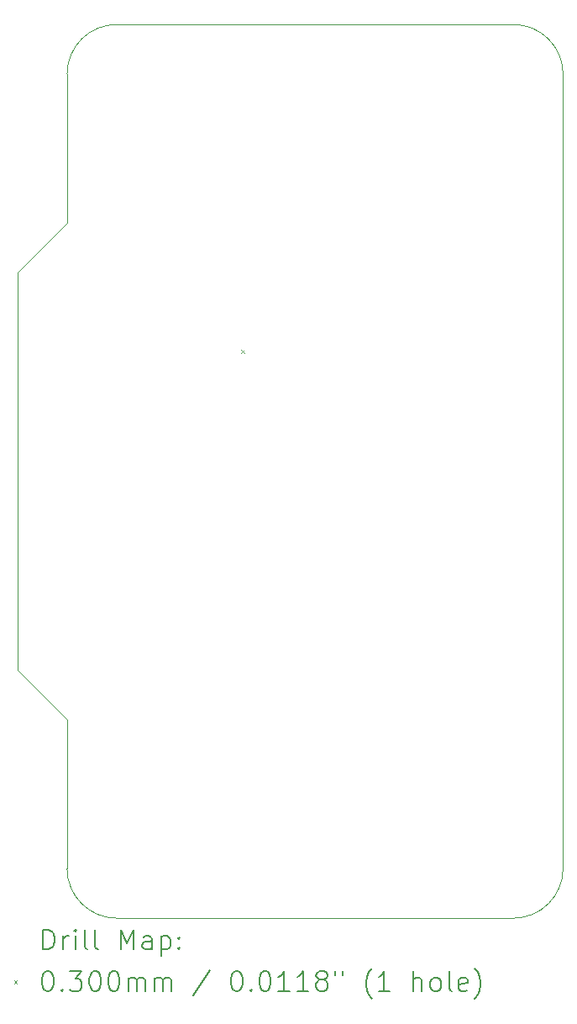
<source format=gbr>
%TF.GenerationSoftware,KiCad,Pcbnew,8.0.5*%
%TF.CreationDate,2024-10-10T20:56:25-06:00*%
%TF.ProjectId,PancakeCNCPCB,50616e63-616b-4654-934e-435043422e6b,rev?*%
%TF.SameCoordinates,Original*%
%TF.FileFunction,Drillmap*%
%TF.FilePolarity,Positive*%
%FSLAX45Y45*%
G04 Gerber Fmt 4.5, Leading zero omitted, Abs format (unit mm)*
G04 Created by KiCad (PCBNEW 8.0.5) date 2024-10-10 20:56:25*
%MOMM*%
%LPD*%
G01*
G04 APERTURE LIST*
%ADD10C,0.050000*%
%ADD11C,0.200000*%
%ADD12C,0.100000*%
G04 APERTURE END LIST*
D10*
X2300000Y-7100000D02*
X2300000Y-11100000D01*
X2800000Y-6600000D02*
X2300000Y-7100000D01*
X2800000Y-5100000D02*
X2800000Y-6600000D01*
X2800000Y-11600000D02*
X2300000Y-11100000D01*
X2800000Y-13100000D02*
X2800000Y-11600000D01*
X7300000Y-4600000D02*
X3300000Y-4600000D01*
X7300000Y-4600000D02*
G75*
G02*
X7800000Y-5100000I0J-500000D01*
G01*
X7800000Y-13100000D02*
X7800000Y-5100000D01*
X7800000Y-13100000D02*
G75*
G02*
X7300000Y-13600000I-500000J0D01*
G01*
X3300000Y-13600000D02*
X7300000Y-13600000D01*
X3300000Y-13600000D02*
G75*
G02*
X2800000Y-13100000I0J500000D01*
G01*
X2800000Y-5100000D02*
G75*
G02*
X3300000Y-4600000I500000J0D01*
G01*
D11*
D12*
X4555000Y-7879000D02*
X4585000Y-7909000D01*
X4585000Y-7879000D02*
X4555000Y-7909000D01*
D11*
X2558277Y-13913984D02*
X2558277Y-13713984D01*
X2558277Y-13713984D02*
X2605896Y-13713984D01*
X2605896Y-13713984D02*
X2634467Y-13723508D01*
X2634467Y-13723508D02*
X2653515Y-13742555D01*
X2653515Y-13742555D02*
X2663039Y-13761603D01*
X2663039Y-13761603D02*
X2672563Y-13799698D01*
X2672563Y-13799698D02*
X2672563Y-13828269D01*
X2672563Y-13828269D02*
X2663039Y-13866365D01*
X2663039Y-13866365D02*
X2653515Y-13885412D01*
X2653515Y-13885412D02*
X2634467Y-13904460D01*
X2634467Y-13904460D02*
X2605896Y-13913984D01*
X2605896Y-13913984D02*
X2558277Y-13913984D01*
X2758277Y-13913984D02*
X2758277Y-13780650D01*
X2758277Y-13818746D02*
X2767801Y-13799698D01*
X2767801Y-13799698D02*
X2777324Y-13790174D01*
X2777324Y-13790174D02*
X2796372Y-13780650D01*
X2796372Y-13780650D02*
X2815420Y-13780650D01*
X2882086Y-13913984D02*
X2882086Y-13780650D01*
X2882086Y-13713984D02*
X2872562Y-13723508D01*
X2872562Y-13723508D02*
X2882086Y-13733031D01*
X2882086Y-13733031D02*
X2891610Y-13723508D01*
X2891610Y-13723508D02*
X2882086Y-13713984D01*
X2882086Y-13713984D02*
X2882086Y-13733031D01*
X3005896Y-13913984D02*
X2986848Y-13904460D01*
X2986848Y-13904460D02*
X2977324Y-13885412D01*
X2977324Y-13885412D02*
X2977324Y-13713984D01*
X3110658Y-13913984D02*
X3091610Y-13904460D01*
X3091610Y-13904460D02*
X3082086Y-13885412D01*
X3082086Y-13885412D02*
X3082086Y-13713984D01*
X3339229Y-13913984D02*
X3339229Y-13713984D01*
X3339229Y-13713984D02*
X3405896Y-13856841D01*
X3405896Y-13856841D02*
X3472562Y-13713984D01*
X3472562Y-13713984D02*
X3472562Y-13913984D01*
X3653515Y-13913984D02*
X3653515Y-13809222D01*
X3653515Y-13809222D02*
X3643991Y-13790174D01*
X3643991Y-13790174D02*
X3624943Y-13780650D01*
X3624943Y-13780650D02*
X3586848Y-13780650D01*
X3586848Y-13780650D02*
X3567801Y-13790174D01*
X3653515Y-13904460D02*
X3634467Y-13913984D01*
X3634467Y-13913984D02*
X3586848Y-13913984D01*
X3586848Y-13913984D02*
X3567801Y-13904460D01*
X3567801Y-13904460D02*
X3558277Y-13885412D01*
X3558277Y-13885412D02*
X3558277Y-13866365D01*
X3558277Y-13866365D02*
X3567801Y-13847317D01*
X3567801Y-13847317D02*
X3586848Y-13837793D01*
X3586848Y-13837793D02*
X3634467Y-13837793D01*
X3634467Y-13837793D02*
X3653515Y-13828269D01*
X3748753Y-13780650D02*
X3748753Y-13980650D01*
X3748753Y-13790174D02*
X3767801Y-13780650D01*
X3767801Y-13780650D02*
X3805896Y-13780650D01*
X3805896Y-13780650D02*
X3824943Y-13790174D01*
X3824943Y-13790174D02*
X3834467Y-13799698D01*
X3834467Y-13799698D02*
X3843991Y-13818746D01*
X3843991Y-13818746D02*
X3843991Y-13875888D01*
X3843991Y-13875888D02*
X3834467Y-13894936D01*
X3834467Y-13894936D02*
X3824943Y-13904460D01*
X3824943Y-13904460D02*
X3805896Y-13913984D01*
X3805896Y-13913984D02*
X3767801Y-13913984D01*
X3767801Y-13913984D02*
X3748753Y-13904460D01*
X3929705Y-13894936D02*
X3939229Y-13904460D01*
X3939229Y-13904460D02*
X3929705Y-13913984D01*
X3929705Y-13913984D02*
X3920182Y-13904460D01*
X3920182Y-13904460D02*
X3929705Y-13894936D01*
X3929705Y-13894936D02*
X3929705Y-13913984D01*
X3929705Y-13790174D02*
X3939229Y-13799698D01*
X3939229Y-13799698D02*
X3929705Y-13809222D01*
X3929705Y-13809222D02*
X3920182Y-13799698D01*
X3920182Y-13799698D02*
X3929705Y-13790174D01*
X3929705Y-13790174D02*
X3929705Y-13809222D01*
D12*
X2267500Y-14227500D02*
X2297500Y-14257500D01*
X2297500Y-14227500D02*
X2267500Y-14257500D01*
D11*
X2596372Y-14133984D02*
X2615420Y-14133984D01*
X2615420Y-14133984D02*
X2634467Y-14143508D01*
X2634467Y-14143508D02*
X2643991Y-14153031D01*
X2643991Y-14153031D02*
X2653515Y-14172079D01*
X2653515Y-14172079D02*
X2663039Y-14210174D01*
X2663039Y-14210174D02*
X2663039Y-14257793D01*
X2663039Y-14257793D02*
X2653515Y-14295888D01*
X2653515Y-14295888D02*
X2643991Y-14314936D01*
X2643991Y-14314936D02*
X2634467Y-14324460D01*
X2634467Y-14324460D02*
X2615420Y-14333984D01*
X2615420Y-14333984D02*
X2596372Y-14333984D01*
X2596372Y-14333984D02*
X2577324Y-14324460D01*
X2577324Y-14324460D02*
X2567801Y-14314936D01*
X2567801Y-14314936D02*
X2558277Y-14295888D01*
X2558277Y-14295888D02*
X2548753Y-14257793D01*
X2548753Y-14257793D02*
X2548753Y-14210174D01*
X2548753Y-14210174D02*
X2558277Y-14172079D01*
X2558277Y-14172079D02*
X2567801Y-14153031D01*
X2567801Y-14153031D02*
X2577324Y-14143508D01*
X2577324Y-14143508D02*
X2596372Y-14133984D01*
X2748753Y-14314936D02*
X2758277Y-14324460D01*
X2758277Y-14324460D02*
X2748753Y-14333984D01*
X2748753Y-14333984D02*
X2739229Y-14324460D01*
X2739229Y-14324460D02*
X2748753Y-14314936D01*
X2748753Y-14314936D02*
X2748753Y-14333984D01*
X2824943Y-14133984D02*
X2948753Y-14133984D01*
X2948753Y-14133984D02*
X2882086Y-14210174D01*
X2882086Y-14210174D02*
X2910658Y-14210174D01*
X2910658Y-14210174D02*
X2929705Y-14219698D01*
X2929705Y-14219698D02*
X2939229Y-14229222D01*
X2939229Y-14229222D02*
X2948753Y-14248269D01*
X2948753Y-14248269D02*
X2948753Y-14295888D01*
X2948753Y-14295888D02*
X2939229Y-14314936D01*
X2939229Y-14314936D02*
X2929705Y-14324460D01*
X2929705Y-14324460D02*
X2910658Y-14333984D01*
X2910658Y-14333984D02*
X2853515Y-14333984D01*
X2853515Y-14333984D02*
X2834467Y-14324460D01*
X2834467Y-14324460D02*
X2824943Y-14314936D01*
X3072562Y-14133984D02*
X3091610Y-14133984D01*
X3091610Y-14133984D02*
X3110658Y-14143508D01*
X3110658Y-14143508D02*
X3120182Y-14153031D01*
X3120182Y-14153031D02*
X3129705Y-14172079D01*
X3129705Y-14172079D02*
X3139229Y-14210174D01*
X3139229Y-14210174D02*
X3139229Y-14257793D01*
X3139229Y-14257793D02*
X3129705Y-14295888D01*
X3129705Y-14295888D02*
X3120182Y-14314936D01*
X3120182Y-14314936D02*
X3110658Y-14324460D01*
X3110658Y-14324460D02*
X3091610Y-14333984D01*
X3091610Y-14333984D02*
X3072562Y-14333984D01*
X3072562Y-14333984D02*
X3053515Y-14324460D01*
X3053515Y-14324460D02*
X3043991Y-14314936D01*
X3043991Y-14314936D02*
X3034467Y-14295888D01*
X3034467Y-14295888D02*
X3024943Y-14257793D01*
X3024943Y-14257793D02*
X3024943Y-14210174D01*
X3024943Y-14210174D02*
X3034467Y-14172079D01*
X3034467Y-14172079D02*
X3043991Y-14153031D01*
X3043991Y-14153031D02*
X3053515Y-14143508D01*
X3053515Y-14143508D02*
X3072562Y-14133984D01*
X3263039Y-14133984D02*
X3282086Y-14133984D01*
X3282086Y-14133984D02*
X3301134Y-14143508D01*
X3301134Y-14143508D02*
X3310658Y-14153031D01*
X3310658Y-14153031D02*
X3320182Y-14172079D01*
X3320182Y-14172079D02*
X3329705Y-14210174D01*
X3329705Y-14210174D02*
X3329705Y-14257793D01*
X3329705Y-14257793D02*
X3320182Y-14295888D01*
X3320182Y-14295888D02*
X3310658Y-14314936D01*
X3310658Y-14314936D02*
X3301134Y-14324460D01*
X3301134Y-14324460D02*
X3282086Y-14333984D01*
X3282086Y-14333984D02*
X3263039Y-14333984D01*
X3263039Y-14333984D02*
X3243991Y-14324460D01*
X3243991Y-14324460D02*
X3234467Y-14314936D01*
X3234467Y-14314936D02*
X3224943Y-14295888D01*
X3224943Y-14295888D02*
X3215420Y-14257793D01*
X3215420Y-14257793D02*
X3215420Y-14210174D01*
X3215420Y-14210174D02*
X3224943Y-14172079D01*
X3224943Y-14172079D02*
X3234467Y-14153031D01*
X3234467Y-14153031D02*
X3243991Y-14143508D01*
X3243991Y-14143508D02*
X3263039Y-14133984D01*
X3415420Y-14333984D02*
X3415420Y-14200650D01*
X3415420Y-14219698D02*
X3424943Y-14210174D01*
X3424943Y-14210174D02*
X3443991Y-14200650D01*
X3443991Y-14200650D02*
X3472563Y-14200650D01*
X3472563Y-14200650D02*
X3491610Y-14210174D01*
X3491610Y-14210174D02*
X3501134Y-14229222D01*
X3501134Y-14229222D02*
X3501134Y-14333984D01*
X3501134Y-14229222D02*
X3510658Y-14210174D01*
X3510658Y-14210174D02*
X3529705Y-14200650D01*
X3529705Y-14200650D02*
X3558277Y-14200650D01*
X3558277Y-14200650D02*
X3577324Y-14210174D01*
X3577324Y-14210174D02*
X3586848Y-14229222D01*
X3586848Y-14229222D02*
X3586848Y-14333984D01*
X3682086Y-14333984D02*
X3682086Y-14200650D01*
X3682086Y-14219698D02*
X3691610Y-14210174D01*
X3691610Y-14210174D02*
X3710658Y-14200650D01*
X3710658Y-14200650D02*
X3739229Y-14200650D01*
X3739229Y-14200650D02*
X3758277Y-14210174D01*
X3758277Y-14210174D02*
X3767801Y-14229222D01*
X3767801Y-14229222D02*
X3767801Y-14333984D01*
X3767801Y-14229222D02*
X3777324Y-14210174D01*
X3777324Y-14210174D02*
X3796372Y-14200650D01*
X3796372Y-14200650D02*
X3824943Y-14200650D01*
X3824943Y-14200650D02*
X3843991Y-14210174D01*
X3843991Y-14210174D02*
X3853515Y-14229222D01*
X3853515Y-14229222D02*
X3853515Y-14333984D01*
X4243991Y-14124460D02*
X4072563Y-14381603D01*
X4501134Y-14133984D02*
X4520182Y-14133984D01*
X4520182Y-14133984D02*
X4539229Y-14143508D01*
X4539229Y-14143508D02*
X4548753Y-14153031D01*
X4548753Y-14153031D02*
X4558277Y-14172079D01*
X4558277Y-14172079D02*
X4567801Y-14210174D01*
X4567801Y-14210174D02*
X4567801Y-14257793D01*
X4567801Y-14257793D02*
X4558277Y-14295888D01*
X4558277Y-14295888D02*
X4548753Y-14314936D01*
X4548753Y-14314936D02*
X4539229Y-14324460D01*
X4539229Y-14324460D02*
X4520182Y-14333984D01*
X4520182Y-14333984D02*
X4501134Y-14333984D01*
X4501134Y-14333984D02*
X4482087Y-14324460D01*
X4482087Y-14324460D02*
X4472563Y-14314936D01*
X4472563Y-14314936D02*
X4463039Y-14295888D01*
X4463039Y-14295888D02*
X4453515Y-14257793D01*
X4453515Y-14257793D02*
X4453515Y-14210174D01*
X4453515Y-14210174D02*
X4463039Y-14172079D01*
X4463039Y-14172079D02*
X4472563Y-14153031D01*
X4472563Y-14153031D02*
X4482087Y-14143508D01*
X4482087Y-14143508D02*
X4501134Y-14133984D01*
X4653515Y-14314936D02*
X4663039Y-14324460D01*
X4663039Y-14324460D02*
X4653515Y-14333984D01*
X4653515Y-14333984D02*
X4643991Y-14324460D01*
X4643991Y-14324460D02*
X4653515Y-14314936D01*
X4653515Y-14314936D02*
X4653515Y-14333984D01*
X4786848Y-14133984D02*
X4805896Y-14133984D01*
X4805896Y-14133984D02*
X4824944Y-14143508D01*
X4824944Y-14143508D02*
X4834468Y-14153031D01*
X4834468Y-14153031D02*
X4843991Y-14172079D01*
X4843991Y-14172079D02*
X4853515Y-14210174D01*
X4853515Y-14210174D02*
X4853515Y-14257793D01*
X4853515Y-14257793D02*
X4843991Y-14295888D01*
X4843991Y-14295888D02*
X4834468Y-14314936D01*
X4834468Y-14314936D02*
X4824944Y-14324460D01*
X4824944Y-14324460D02*
X4805896Y-14333984D01*
X4805896Y-14333984D02*
X4786848Y-14333984D01*
X4786848Y-14333984D02*
X4767801Y-14324460D01*
X4767801Y-14324460D02*
X4758277Y-14314936D01*
X4758277Y-14314936D02*
X4748753Y-14295888D01*
X4748753Y-14295888D02*
X4739229Y-14257793D01*
X4739229Y-14257793D02*
X4739229Y-14210174D01*
X4739229Y-14210174D02*
X4748753Y-14172079D01*
X4748753Y-14172079D02*
X4758277Y-14153031D01*
X4758277Y-14153031D02*
X4767801Y-14143508D01*
X4767801Y-14143508D02*
X4786848Y-14133984D01*
X5043991Y-14333984D02*
X4929706Y-14333984D01*
X4986848Y-14333984D02*
X4986848Y-14133984D01*
X4986848Y-14133984D02*
X4967801Y-14162555D01*
X4967801Y-14162555D02*
X4948753Y-14181603D01*
X4948753Y-14181603D02*
X4929706Y-14191127D01*
X5234468Y-14333984D02*
X5120182Y-14333984D01*
X5177325Y-14333984D02*
X5177325Y-14133984D01*
X5177325Y-14133984D02*
X5158277Y-14162555D01*
X5158277Y-14162555D02*
X5139229Y-14181603D01*
X5139229Y-14181603D02*
X5120182Y-14191127D01*
X5348753Y-14219698D02*
X5329706Y-14210174D01*
X5329706Y-14210174D02*
X5320182Y-14200650D01*
X5320182Y-14200650D02*
X5310658Y-14181603D01*
X5310658Y-14181603D02*
X5310658Y-14172079D01*
X5310658Y-14172079D02*
X5320182Y-14153031D01*
X5320182Y-14153031D02*
X5329706Y-14143508D01*
X5329706Y-14143508D02*
X5348753Y-14133984D01*
X5348753Y-14133984D02*
X5386849Y-14133984D01*
X5386849Y-14133984D02*
X5405896Y-14143508D01*
X5405896Y-14143508D02*
X5415420Y-14153031D01*
X5415420Y-14153031D02*
X5424944Y-14172079D01*
X5424944Y-14172079D02*
X5424944Y-14181603D01*
X5424944Y-14181603D02*
X5415420Y-14200650D01*
X5415420Y-14200650D02*
X5405896Y-14210174D01*
X5405896Y-14210174D02*
X5386849Y-14219698D01*
X5386849Y-14219698D02*
X5348753Y-14219698D01*
X5348753Y-14219698D02*
X5329706Y-14229222D01*
X5329706Y-14229222D02*
X5320182Y-14238746D01*
X5320182Y-14238746D02*
X5310658Y-14257793D01*
X5310658Y-14257793D02*
X5310658Y-14295888D01*
X5310658Y-14295888D02*
X5320182Y-14314936D01*
X5320182Y-14314936D02*
X5329706Y-14324460D01*
X5329706Y-14324460D02*
X5348753Y-14333984D01*
X5348753Y-14333984D02*
X5386849Y-14333984D01*
X5386849Y-14333984D02*
X5405896Y-14324460D01*
X5405896Y-14324460D02*
X5415420Y-14314936D01*
X5415420Y-14314936D02*
X5424944Y-14295888D01*
X5424944Y-14295888D02*
X5424944Y-14257793D01*
X5424944Y-14257793D02*
X5415420Y-14238746D01*
X5415420Y-14238746D02*
X5405896Y-14229222D01*
X5405896Y-14229222D02*
X5386849Y-14219698D01*
X5501134Y-14133984D02*
X5501134Y-14172079D01*
X5577325Y-14133984D02*
X5577325Y-14172079D01*
X5872563Y-14410174D02*
X5863039Y-14400650D01*
X5863039Y-14400650D02*
X5843991Y-14372079D01*
X5843991Y-14372079D02*
X5834468Y-14353031D01*
X5834468Y-14353031D02*
X5824944Y-14324460D01*
X5824944Y-14324460D02*
X5815420Y-14276841D01*
X5815420Y-14276841D02*
X5815420Y-14238746D01*
X5815420Y-14238746D02*
X5824944Y-14191127D01*
X5824944Y-14191127D02*
X5834468Y-14162555D01*
X5834468Y-14162555D02*
X5843991Y-14143508D01*
X5843991Y-14143508D02*
X5863039Y-14114936D01*
X5863039Y-14114936D02*
X5872563Y-14105412D01*
X6053515Y-14333984D02*
X5939229Y-14333984D01*
X5996372Y-14333984D02*
X5996372Y-14133984D01*
X5996372Y-14133984D02*
X5977325Y-14162555D01*
X5977325Y-14162555D02*
X5958277Y-14181603D01*
X5958277Y-14181603D02*
X5939229Y-14191127D01*
X6291610Y-14333984D02*
X6291610Y-14133984D01*
X6377325Y-14333984D02*
X6377325Y-14229222D01*
X6377325Y-14229222D02*
X6367801Y-14210174D01*
X6367801Y-14210174D02*
X6348753Y-14200650D01*
X6348753Y-14200650D02*
X6320182Y-14200650D01*
X6320182Y-14200650D02*
X6301134Y-14210174D01*
X6301134Y-14210174D02*
X6291610Y-14219698D01*
X6501134Y-14333984D02*
X6482087Y-14324460D01*
X6482087Y-14324460D02*
X6472563Y-14314936D01*
X6472563Y-14314936D02*
X6463039Y-14295888D01*
X6463039Y-14295888D02*
X6463039Y-14238746D01*
X6463039Y-14238746D02*
X6472563Y-14219698D01*
X6472563Y-14219698D02*
X6482087Y-14210174D01*
X6482087Y-14210174D02*
X6501134Y-14200650D01*
X6501134Y-14200650D02*
X6529706Y-14200650D01*
X6529706Y-14200650D02*
X6548753Y-14210174D01*
X6548753Y-14210174D02*
X6558277Y-14219698D01*
X6558277Y-14219698D02*
X6567801Y-14238746D01*
X6567801Y-14238746D02*
X6567801Y-14295888D01*
X6567801Y-14295888D02*
X6558277Y-14314936D01*
X6558277Y-14314936D02*
X6548753Y-14324460D01*
X6548753Y-14324460D02*
X6529706Y-14333984D01*
X6529706Y-14333984D02*
X6501134Y-14333984D01*
X6682087Y-14333984D02*
X6663039Y-14324460D01*
X6663039Y-14324460D02*
X6653515Y-14305412D01*
X6653515Y-14305412D02*
X6653515Y-14133984D01*
X6834468Y-14324460D02*
X6815420Y-14333984D01*
X6815420Y-14333984D02*
X6777325Y-14333984D01*
X6777325Y-14333984D02*
X6758277Y-14324460D01*
X6758277Y-14324460D02*
X6748753Y-14305412D01*
X6748753Y-14305412D02*
X6748753Y-14229222D01*
X6748753Y-14229222D02*
X6758277Y-14210174D01*
X6758277Y-14210174D02*
X6777325Y-14200650D01*
X6777325Y-14200650D02*
X6815420Y-14200650D01*
X6815420Y-14200650D02*
X6834468Y-14210174D01*
X6834468Y-14210174D02*
X6843991Y-14229222D01*
X6843991Y-14229222D02*
X6843991Y-14248269D01*
X6843991Y-14248269D02*
X6748753Y-14267317D01*
X6910658Y-14410174D02*
X6920182Y-14400650D01*
X6920182Y-14400650D02*
X6939230Y-14372079D01*
X6939230Y-14372079D02*
X6948753Y-14353031D01*
X6948753Y-14353031D02*
X6958277Y-14324460D01*
X6958277Y-14324460D02*
X6967801Y-14276841D01*
X6967801Y-14276841D02*
X6967801Y-14238746D01*
X6967801Y-14238746D02*
X6958277Y-14191127D01*
X6958277Y-14191127D02*
X6948753Y-14162555D01*
X6948753Y-14162555D02*
X6939230Y-14143508D01*
X6939230Y-14143508D02*
X6920182Y-14114936D01*
X6920182Y-14114936D02*
X6910658Y-14105412D01*
M02*

</source>
